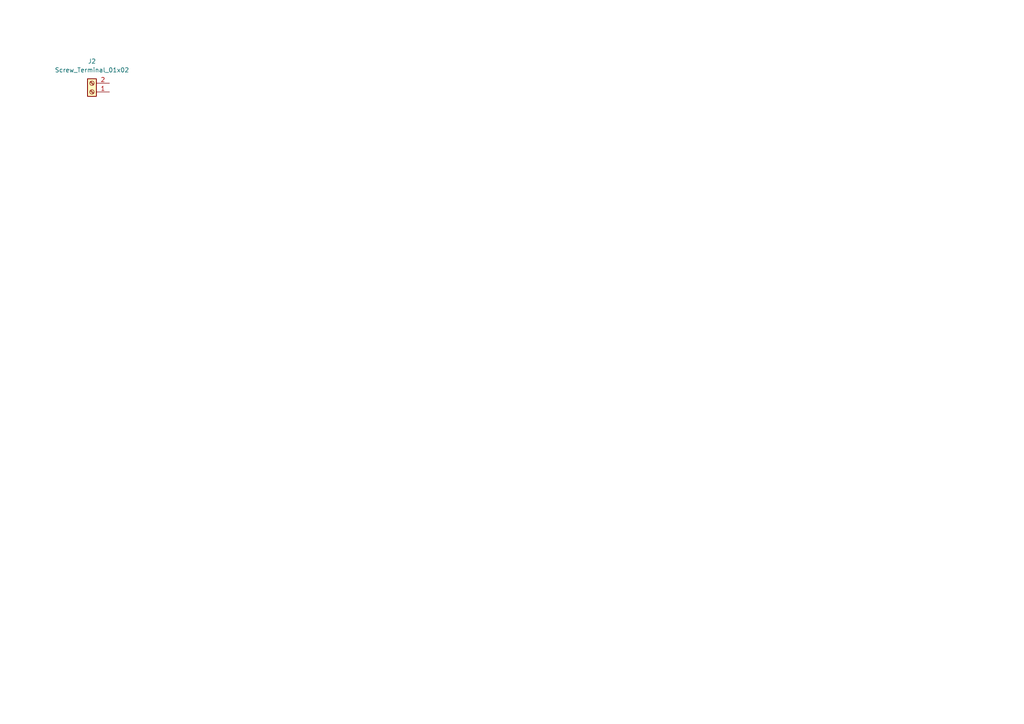
<source format=kicad_sch>
(kicad_sch (version 20250114) (generator "eeschema") (generator_version "9.0")
  (paper "A4")
  (lib_symbols
    (symbol "Connector:Screw_Terminal_01x02" (pin_names (offset 1.016) (hide yes))
      (property "Reference" "J" (at 0 2.54 0))
      (property "Value" "Screw_Terminal_01x02" (at 0 -5.08 0))
      (symbol "Screw_Terminal_01x02_1_1"
        (rectangle (start -1.27 1.27) (end 1.27 -3.81) (stroke (width 0.254)) (fill (type background)))
        (polyline (pts (xy -0.5334 0.3302) (xy 0.3302 -0.508)) (stroke (width 0.1524)))
        (polyline (pts (xy -0.5334 -2.2098) (xy 0.3302 -3.048)) (stroke (width 0.1524)))
        (polyline (pts (xy -0.3556 0.508) (xy 0.508 -0.3302)) (stroke (width 0.1524)))
        (polyline (pts (xy -0.3556 -2.032) (xy 0.508 -2.8702)) (stroke (width 0.1524)))
        (circle (center 0 0) (radius 0.635) (stroke (width 0.1524)))
        (circle (center 0 -2.54) (radius 0.635) (stroke (width 0.1524)))
        (pin passive line (at -5.08 0 0) (length 3.81) (name "Pin_1") (number "1"))
        (pin passive line (at -5.08 -2.54 0) (length 3.81) (name "Pin_2") (number "2"))
      )
    )
  )
  (symbol (lib_id "Connector:Screw_Terminal_01x02") (at 26.67 26.67 180) (unit 1)
    (property "Reference" "J2" (at 26.67 17.78 0))
    (property "Value" "Screw_Terminal_01x02" (at 26.67 20.32 0))
    (property "Description" "Generic screw terminal, single row, 01x02, script generated (kicad-library-utils/schlib/autogen/connector/)" (effects (hide yes)))
  )
)
</source>
